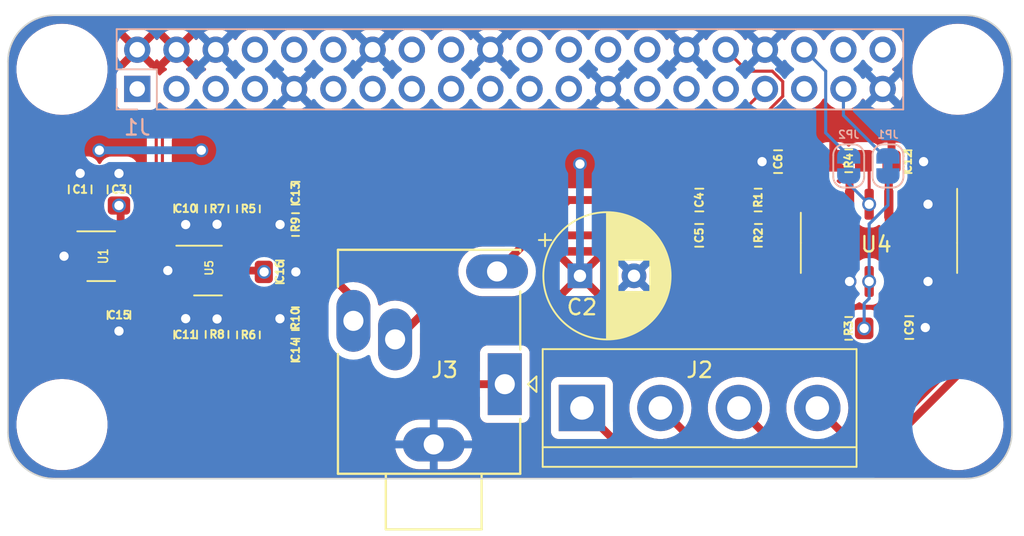
<source format=kicad_pcb>
(kicad_pcb (version 20221018) (generator pcbnew)
  (title_block (date "15 nov 2012"))
  (layers (0 "F.Cu" signal) (31 "B.Cu" signal) (34 "B.Paste" user) (35 "F.Paste" user) (36 "B.SilkS" user "B.Silkscreen") (37 "F.SilkS" user "F.Silkscreen") (38 "B.Mask" user) (39 "F.Mask" user) (44 "Edge.Cuts" user))
  (net 0 "")
  (net 1 "GND")
  (net 2 "Net-(U4-VREF)")
  (net 23 "/PWM0")
  (net 24 "/PWM1")
  (net 26 "+5V")
  (net 29 "/AUDIO_L")
  (net 30 "/AUDIO_R")
  (net 31 "/AUD_3V3")
  (net 32 "/AMP_L")
  (net 36 "Net-(JP1-B)")
  (net 37 "/AMP_R")
  (net 38 "/L+")
  (net 39 "/L-")
  (net 40 "/MUTE")
  (net 41 "/R-")
  (net 42 "/R+")
  (net 43 "/SHDN")
  (net 44 "Net-(C4-Pad1)")
  (net 45 "Net-(C10-Pad1)")
  (net 46 "Net-(C5-Pad1)")
  (net 47 "Net-(C11-Pad1)")
  (net 48 "Net-(JP2-B)")
  (net 49 "Net-(U4-INL)")
  (net 50 "Net-(U4-INR)")
  (net 51 "Net-(U1-BYP)")
  (net 52 "Net-(U5-Y1)")
  (net 53 "Net-(U5-Y2)")
  (footprint "Capacitor_SMD:C_0805_2012Metric_Pad1.18x1.45mm_HandSolder" (layer "F.Cu") (at 111.506 82.5125 -90)
    (fp_text reference "C10" (at 0 0) (layer "F.SilkS") (effects (font (size 0.5 0.5) (thickness 0.125))))
    (fp_text value "100n" hide)
    (pad "1" smd roundrect (at -1.0375 0 270) (size 1.175 1.45) (layers "F.Cu" "F.Paste" "F.Mask") (roundrect_rratio 0.2127659574) (net 45 "Net-(C10-Pad1)"))
    (pad "2" smd roundrect (at 1.0375 0 270) (size 1.175 1.45) (layers "F.Cu" "F.Paste" "F.Mask") (roundrect_rratio 0.2127659574) (net 1 "GND"))
  )
  (footprint "MountingHole:MountingHole_2.7mm_M2.5" (layer "F.Cu") (at 161.5 73.5)
    (fp_text reference "MH2" hide)
    (fp_text value "MountingHole_2.7mm_M2.5" hide)
    (pad "" np_thru_hole circle locked (at 0 0) (size 2.7 2.7) (drill 2.7) (layers "F&B.Cu" "*.Mask"))
  )
  (footprint "TerminalBlock:TerminalBlock_bornier-4_P5.08mm" (layer "F.Cu") (at 137.16 95.424396)
    (fp_text reference "J2" (at 7.62 -2.460396) (layer "F.SilkS"))
    (fp_text value "Screw_Terminal_01x04")
    (pad "1" thru_hole rect (at 0 0) (size 3 3) (drill 1.52) (layers "*.Cu" "*.Mask") (net 38 "/L+"))
    (pad "2" thru_hole circle (at 5.08 0) (size 3 3) (drill 1.52) (layers "*.Cu" "*.Mask") (net 39 "/L-"))
    (pad "3" thru_hole circle (at 10.16 0) (size 3 3) (drill 1.52) (layers "*.Cu" "*.Mask") (net 41 "/R-"))
    (pad "4" thru_hole circle (at 15.24 0) (size 3 3) (drill 1.52) (layers "*.Cu" "*.Mask") (net 42 "/R+"))
  )
  (footprint "Capacitor_SMD:C_0805_2012Metric_Pad1.18x1.45mm_HandSolder" (layer "F.Cu") (at 158.353 90.217396 180)
    (fp_text reference "C9" (at 0 0 90) (layer "F.SilkS") (effects (font (size 0.5 0.5) (thickness 0.125))))
    (fp_text value "1u" hide)
    (pad "1" smd roundrect (at -1.0375 0 180) (size 1.175 1.45) (layers "F.Cu" "F.Paste" "F.Mask") (roundrect_rratio 0.2127659574) (net 1 "GND"))
    (pad "2" smd roundrect (at 1.0375 0 180) (size 1.175 1.45) (layers "F.Cu" "F.Paste" "F.Mask") (roundrect_rratio 0.2127659574) (net 26 "+5V"))
  )
  (footprint "Resistor_SMD:R_0805_2012Metric_Pad1.20x1.40mm_HandSolder" (layer "F.Cu") (at 113.538 90.662 90)
    (fp_text reference "R8" (at 0 0) (layer "F.SilkS") (effects (font (size 0.5 0.5) (thickness 0.125))))
    (fp_text value "100R" hide)
    (pad "1" smd roundrect (at -1 0 90) (size 1.2 1.4) (layers "F.Cu" "F.Paste" "F.Mask") (roundrect_rratio 0.2083333333) (net 47 "Net-(C11-Pad1)"))
    (pad "2" smd roundrect (at 1 0 90) (size 1.2 1.4) (layers "F.Cu" "F.Paste" "F.Mask") (roundrect_rratio 0.2083333333) (net 1 "GND"))
  )
  (footprint "Capacitor_SMD:C_0805_2012Metric_Pad1.18x1.45mm_HandSolder" (layer "F.Cu") (at 118.618 81.518)
    (fp_text reference "C13" (at 0 0 90) (layer "F.SilkS") (effects (font (size 0.5 0.5) (thickness 0.125))))
    (fp_text value "47u" hide)
    (pad "1" smd roundrect (at -1.0375 0) (size 1.175 1.45) (layers "F.Cu" "F.Paste" "F.Mask") (roundrect_rratio 0.2127659574) (net 45 "Net-(C10-Pad1)"))
    (pad "2" smd roundrect (at 1.0375 0) (size 1.175 1.45) (layers "F.Cu" "F.Paste" "F.Mask") (roundrect_rratio 0.2127659574) (net 30 "/AUDIO_R"))
  )
  (footprint "Package_SO:SOP-16_3.9x9.9mm_P1.27mm" (layer "F.Cu") (at 156.391 84.734396 -90)
    (fp_text reference "U4" (at 0.101604 0.181 -180) (layer "F.SilkS"))
    (fp_text value "PAM8403D" hide)
    (pad "1" smd roundrect (at -2.5 -4.445 270) (size 2 0.6) (layers "F.Cu" "F.Paste" "F.Mask") (net 38 "/L+"))
    (pad "2" smd roundrect (at -2.5 -3.175 270) (size 2 0.6) (layers "F.Cu" "F.Paste" "F.Mask") (net 1 "GND"))
    (pad "3" smd roundrect (at -2.5 -1.905 270) (size 2 0.6) (layers "F.Cu" "F.Paste" "F.Mask") (net 39 "/L-"))
    (pad "4" smd roundrect (at -2.5 -0.635 270) (size 2 0.6) (layers "F.Cu" "F.Paste" "F.Mask") (net 26 "+5V"))
    (pad "5" smd roundrect (at -2.5 0.635 270) (size 2 0.6) (layers "F.Cu" "F.Paste" "F.Mask") (net 48 "Net-(JP2-B)"))
    (pad "6" smd roundrect (at -2.5 1.905 270) (size 2 0.6) (layers "F.Cu" "F.Paste" "F.Mask") (net 26 "+5V"))
    (pad "7" smd roundrect (at -2.5 3.175 270) (size 2 0.6) (layers "F.Cu" "F.Paste" "F.Mask") (net 49 "Net-(U4-INL)"))
    (pad "8" smd roundrect (at -2.5 4.445 270) (size 2 0.6) (layers "F.Cu" "F.Paste" "F.Mask") (net 2 "Net-(U4-VREF)"))
    (pad "9" smd roundrect (at 2.5 4.445 270) (size 2 0.6) (layers "F.Cu" "F.Paste" "F.Mask"))
    (pad "10" smd roundrect (at 2.5 3.175 270) (size 2 0.6) (layers "F.Cu" "F.Paste" "F.Mask") (net 50 "Net-(U4-INR)"))
    (pad "11" smd roundrect (at 2.5 1.905 270) (size 2 0.6) (layers "F.Cu" "F.Paste" "F.Mask") (net 1 "GND"))
    (pad "12" smd roundrect (at 2.5 0.635 270) (size 2 0.6) (layers "F.Cu" "F.Paste" "F.Mask") (net 36 "Net-(JP1-B)"))
    (pad "13" smd roundrect (at 2.5 -0.635 270) (size 2 0.6) (layers "F.Cu" "F.Paste" "F.Mask") (net 26 "+5V"))
    (pad "14" smd roundrect (at 2.5 -1.905 270) (size 2 0.6) (layers "F.Cu" "F.Paste" "F.Mask") (net 41 "/R-"))
    (pad "15" smd roundrect (at 2.5 -3.175 270) (size 2 0.6) (layers "F.Cu" "F.Paste" "F.Mask") (net 1 "GND"))
    (pad "16" smd roundrect (at 2.5 -4.445 270) (size 2 0.6) (layers "F.Cu" "F.Paste" "F.Mask") (net 42 "/R+"))
  )
  (footprint "Resistor_SMD:R_0805_2012Metric_Pad1.20x1.40mm_HandSolder" (layer "F.Cu") (at 154.432 90.271396 180)
    (fp_text reference "R3" (at 0 0 90) (layer "F.SilkS") (effects (font (size 0.5 0.5) (thickness 0.125))))
    (fp_text value "10k" hide)
    (pad "1" smd roundrect (at -1 0 180) (size 1.2 1.4) (layers "F.Cu" "F.Paste" "F.Mask") (roundrect_rratio 0.2083333333) (net 36 "Net-(JP1-B)"))
    (pad "2" smd roundrect (at 1 0 180) (size 1.2 1.4) (layers "F.Cu" "F.Paste" "F.Mask") (roundrect_rratio 0.2083333333) (net 26 "+5V"))
  )
  (footprint "Resistor_SMD:R_0805_2012Metric_Pad1.20x1.40mm_HandSolder" (layer "F.Cu") (at 113.538 82.534 -90)
    (fp_text reference "R7" (at 0 0) (layer "F.SilkS") (effects (font (size 0.5 0.5) (thickness 0.125))))
    (fp_text value "100R" hide)
    (pad "1" smd roundrect (at -1 0 270) (size 1.2 1.4) (layers "F.Cu" "F.Paste" "F.Mask") (roundrect_rratio 0.2083333333) (net 45 "Net-(C10-Pad1)"))
    (pad "2" smd roundrect (at 1 0 270) (size 1.2 1.4) (layers "F.Cu" "F.Paste" "F.Mask") (roundrect_rratio 0.2083333333) (net 1 "GND"))
  )
  (footprint "Capacitor_SMD:C_0805_2012Metric_Pad1.18x1.45mm_HandSolder" (layer "F.Cu") (at 111.506 90.678 90)
    (fp_text reference "C11" (at 0 0) (layer "F.SilkS") (effects (font (size 0.5 0.5) (thickness 0.125))))
    (fp_text value "100n" hide)
    (pad "1" smd roundrect (at -1.0375 0 90) (size 1.175 1.45) (layers "F.Cu" "F.Paste" "F.Mask") (roundrect_rratio 0.2127659574) (net 47 "Net-(C11-Pad1)"))
    (pad "2" smd roundrect (at 1.0375 0 90) (size 1.175 1.45) (layers "F.Cu" "F.Paste" "F.Mask") (roundrect_rratio 0.2127659574) (net 1 "GND"))
  )
  (footprint "library:SC-70_SC-74_combo" (layer "F.Cu") (at 112.95 86.528)
    (fp_text reference "U5" (at 0.08 -0.168 90) (layer "F.SilkS") (effects (font (size 0.5 0.5) (thickness 0.1) bold)))
    (fp_text value "NC7WZ16P6X")
    (pad "1" smd rect (at -1.35 -0.85) (size 1.56 0.8) (layers "F.Cu" "F.Paste" "F.Mask") (net 23 "/PWM0"))
    (pad "2" smd rect (at -1.35 0) (size 1.56 0.5) (layers "F.Cu" "F.Paste" "F.Mask") (net 1 "GND"))
    (pad "3" smd rect (at -1.35 0.848) (size 1.56 0.8) (layers "F.Cu" "F.Paste" "F.Mask") (net 24 "/PWM1"))
    (pad "4" smd rect (at 1.35 0.848) (size 1.56 0.8) (layers "F.Cu" "F.Paste" "F.Mask") (net 53 "Net-(U5-Y2)"))
    (pad "5" smd rect (at 1.35 0) (size 1.56 0.5) (layers "F.Cu" "F.Paste" "F.Mask") (net 31 "/AUD_3V3"))
    (pad "6" smd rect (at 1.35 -0.85) (size 1.56 0.8) (layers "F.Cu" "F.Paste" "F.Mask") (net 52 "Net-(U5-Y1)"))
  )
  (footprint "Capacitor_SMD:C_0805_2012Metric_Pad1.18x1.45mm_HandSolder" (layer "F.Cu") (at 104.676 81.273 90)
    (fp_text reference "C1" (at 0 0) (layer "F.SilkS") (effects (font (size 0.5 0.5) (thickness 0.125))))
    (fp_text value "1u" hide)
    (pad "1" smd roundrect (at -1.0375 0 90) (size 1.175 1.45) (layers "F.Cu" "F.Paste" "F.Mask") (roundrect_rratio 0.2127659574) (net 26 "+5V"))
    (pad "2" smd roundrect (at 1.0375 0 90) (size 1.175 1.45) (layers "F.Cu" "F.Paste" "F.Mask") (roundrect_rratio 0.2127659574) (net 1 "GND"))
  )
  (footprint "Capacitor_SMD:C_0805_2012Metric_Pad1.18x1.45mm_HandSolder" (layer "F.Cu") (at 144.753 84.248396 180)
    (fp_text reference "C5" (at 0 0 90) (layer "F.SilkS") (effects (font (size 0.5 0.5) (thickness 0.125))))
    (fp_text value "470n" hide)
    (pad "1" smd roundrect (at -1.0375 0 180) (size 1.175 1.45) (layers "F.Cu" "F.Paste" "F.Mask") (roundrect_rratio 0.2127659574) (net 46 "Net-(C5-Pad1)"))
    (pad "2" smd roundrect (at 1.0375 0 180) (size 1.175 1.45) (layers "F.Cu" "F.Paste" "F.Mask") (roundrect_rratio 0.2127659574) (net 37 "/AMP_R"))
  )
  (footprint "Resistor_SMD:R_0805_2012Metric_Pad1.20x1.40mm_HandSolder" (layer "F.Cu") (at 118.618 83.55 180)
    (fp_text reference "R9" (at 0 0 90) (layer "F.SilkS") (effects (font (size 0.5 0.5) (thickness 0.125))))
    (fp_text value "1.8k" hide)
    (pad "1" smd roundrect (at -1 0 180) (size 1.2 1.4) (layers "F.Cu" "F.Paste" "F.Mask") (roundrect_rratio 0.2083333333) (net 30 "/AUDIO_R"))
    (pad "2" smd roundrect (at 1 0 180) (size 1.2 1.4) (layers "F.Cu" "F.Paste" "F.Mask") (roundrect_rratio 0.2083333333) (net 1 "GND"))
  )
  (footprint "MountingHole:MountingHole_2.7mm_M2.5" (layer "F.Cu") (at 103.5 96.5)
    (fp_text reference "MH3" hide)
    (fp_text value "MountingHole_2.7mm_M2.5" hide)
    (pad "" np_thru_hole circle locked (at 0 0) (size 2.7 2.7) (drill 2.7) (layers "F&B.Cu" "*.Mask") (clearance 1.6))
  )
  (footprint "Capacitor_SMD:C_0805_2012Metric_Pad1.18x1.45mm_HandSolder" (layer "F.Cu") (at 117.602 86.614)
    (fp_text reference "C16" (at 0 0 90) (layer "F.SilkS") (effects (font (size 0.5 0.5) (thickness 0.125))))
    (fp_text value "100n")
    (pad "1" smd roundrect (at -1.0375 0) (size 1.175 1.45) (layers "F.Cu" "F.Paste" "F.Mask") (roundrect_rratio 0.2127659574) (net 31 "/AUD_3V3"))
    (pad "2" smd roundrect (at 1.0375 0) (size 1.175 1.45) (layers "F.Cu" "F.Paste" "F.Mask") (roundrect_rratio 0.2127659574) (net 1 "GND"))
  )
  (footprint "MountingHole:MountingHole_2.7mm_M2.5" (layer "F.Cu") (at 103.5 73.5)
    (fp_text reference "MH1" hide)
    (fp_text value "MountingHole_2.7mm_M2.5" hide)
    (pad "" np_thru_hole circle locked (at 0 0) (size 2.7 2.7) (drill 2.7) (layers "F&B.Cu" "*.Mask") (clearance 1.6))
  )
  (footprint "Package_TO_SOT_SMD:SOT-23-5_HandSoldering" (layer "F.Cu") (at 106.0395 85.598)
    (fp_text reference "U1" (at 0.1325 0 90) (layer "F.SilkS") (effects (font (size 0.6 0.5) (thickness 0.1) bold)))
    (fp_text value "MIC5365-3.3YD5")
    (pad "1" smd rect (at -1.35 -0.95) (size 1.56 0.65) (layers "F.Cu" "F.Paste" "F.Mask") (net 26 "+5V"))
    (pad "2" smd rect (at -1.35 0) (size 1.56 0.65) (layers "F.Cu" "F.Paste" "F.Mask") (net 1 "GND"))
    (pad "3" smd rect (at -1.35 0.95) (size 1.56 0.65) (layers "F.Cu" "F.Paste" "F.Mask") (net 26 "+5V"))
    (pad "4" smd rect (at 1.35 0.95) (size 1.56 0.65) (layers "F.Cu" "F.Paste" "F.Mask") (net 51 "Net-(U1-BYP)"))
    (pad "5" smd rect (at 1.35 -0.95) (size 1.56 0.65) (layers "F.Cu" "F.Paste" "F.Mask") (net 31 "/AUD_3V3"))
  )
  (footprint "Resistor_SMD:R_0805_2012Metric_Pad1.20x1.40mm_HandSolder" (layer "F.Cu") (at 115.57 82.534 -90)
    (fp_text reference "R5" (at 0 0) (layer "F.SilkS") (effects (font (size 0.5 0.5) (thickness 0.125))))
    (fp_text value "220R" hide)
    (pad "1" smd roundrect (at -1 0 270) (size 1.2 1.4) (layers "F.Cu" "F.Paste" "F.Mask") (roundrect_rratio 0.2083333333) (net 45 "Net-(C10-Pad1)"))
    (pad "2" smd roundrect (at 1 0 270) (size 1.2 1.4) (layers "F.Cu" "F.Paste" "F.Mask") (roundrect_rratio 0.2083333333) (net 52 "Net-(U5-Y1)"))
  )
  (footprint "Resistor_SMD:R_0805_2012Metric_Pad1.20x1.40mm_HandSolder" (layer "F.Cu") (at 148.5845 84.248396 180)
    (fp_text reference "R2" (at 0 0 90) (layer "F.SilkS") (effects (font (size 0.5 0.5) (thickness 0.125))))
    (fp_text value "140k" hide)
    (pad "1" smd roundrect (at -1 0 180) (size 1.2 1.4) (layers "F.Cu" "F.Paste" "F.Mask") (roundrect_rratio 0.2083333333) (net 50 "Net-(U4-INR)"))
    (pad "2" smd roundrect (at 1 0 180) (size 1.2 1.4) (layers "F.Cu" "F.Paste" "F.Mask") (roundrect_rratio 0.2083333333) (net 46 "Net-(C5-Pad1)"))
  )
  (footprint "Resistor_SMD:R_0805_2012Metric_Pad1.20x1.40mm_HandSolder" (layer "F.Cu") (at 154.432 79.422396 180)
    (fp_text reference "R4" (at 0 0 90) (layer "F.SilkS") (effects (font (size 0.5 0.5) (thickness 0.125))))
    (fp_text value "10K" hide)
    (pad "1" smd roundrect (at -1 0 180) (size 1.2 1.4) (layers "F.Cu" "F.Paste" "F.Mask") (roundrect_rratio 0.2083333333) (net 48 "Net-(JP2-B)"))
    (pad "2" smd roundrect (at 1 0 180) (size 1.2 1.4) (layers "F.Cu" "F.Paste" "F.Mask") (roundrect_rratio 0.2083333333) (net 26 "+5V"))
  )
  (footprint "Capacitor_SMD:C_0805_2012Metric_Pad1.18x1.45mm_HandSolder" (layer "F.Cu") (at 107.188 81.28 90)
    (fp_text reference "C3" (at 0 0) (layer "F.SilkS") (effects (font (size 0.5 0.5) (thickness 0.125))))
    (fp_text value "4.7u" hide)
    (pad "1" smd roundrect (at -1.0375 0 90) (size 1.175 1.45) (layers "F.Cu" "F.Paste" "F.Mask") (roundrect_rratio 0.2127659574) (net 31 "/AUD_3V3"))
    (pad "2" smd roundrect (at 1.0375 0 90) (size 1.175 1.45) (layers "F.Cu" "F.Paste" "F.Mask") (roundrect_rratio 0.2127659574) (net 1 "GND"))
  )
  (footprint "Capacitor_SMD:C_0805_2012Metric_Pad1.18x1.45mm_HandSolder" (layer "F.Cu") (at 149.86 79.476396 180)
    (fp_text reference "C6" (at 0 0 90) (layer "F.SilkS") (effects (font (size 0.5 0.5) (thickness 0.125))))
    (fp_text value "100n" hide)
    (pad "1" smd roundrect (at -1.0375 0 180) (size 1.175 1.45) (layers "F.Cu" "F.Paste" "F.Mask") (roundrect_rratio 0.2127659574) (net 2 "Net-(U4-VREF)"))
    (pad "2" smd roundrect (at 1.0375 0 180) (size 1.175 1.45) (layers "F.Cu" "F.Paste" "F.Mask") (roundrect_rratio 0.2127659574) (net 1 "GND"))
  )
  (footprint "Resistor_SMD:R_0805_2012Metric_Pad1.20x1.40mm_HandSolder" (layer "F.Cu") (at 118.6105 89.646 180)
    (fp_text reference "R10" (at 0 0 90) (layer "F.SilkS") (effects (font (size 0.5 0.5) (thickness 0.125))))
    (fp_text value "1.8k" hide)
    (pad "1" smd roundrect (at -1 0 180) (size 1.2 1.4) (layers "F.Cu" "F.Paste" "F.Mask") (roundrect_rratio 0.2083333333) (net 29 "/AUDIO_L"))
    (pad "2" smd roundrect (at 1 0 180) (size 1.2 1.4) (layers "F.Cu" "F.Paste" "F.Mask") (roundrect_rratio 0.2083333333) (net 1 "GND"))
  )
  (footprint "MountingHole:MountingHole_2.7mm_M2.5" (layer "F.Cu") (at 161.5 96.5)
    (fp_text reference "MH4" hide)
    (fp_text value "MountingHole_2.7mm_M2.5" hide)
    (pad "" np_thru_hole circle locked (at 0 0) (size 2.7 2.7) (drill 2.7) (layers "F&B.Cu" "*.Mask") (clearance 1.6))
  )
  (footprint "Capacitor_SMD:C_0805_2012Metric_Pad1.18x1.45mm_HandSolder" (layer "F.Cu") (at 158.242 79.476396 180)
    (fp_text reference "C12" (at 0 0 90) (layer "F.SilkS") (effects (font (size 0.5 0.5) (thickness 0.125))))
    (fp_text value "1u" hide)
    (pad "1" smd roundrect (at -1.0375 0 180) (size 1.175 1.45) (layers "F.Cu" "F.Paste" "F.Mask") (roundrect_rratio 0.2127659574) (net 1 "GND"))
    (pad "2" smd roundrect (at 1.0375 0 180) (size 1.175 1.45) (layers "F.Cu" "F.Paste" "F.Mask") (roundrect_rratio 0.2127659574) (net 26 "+5V"))
  )
  (footprint "Capacitor_SMD:C_0805_2012Metric_Pad1.18x1.45mm_HandSolder" (layer "F.Cu") (at 118.6105 91.678)
    (fp_text reference "C14" (at 0.0075 0.016 90) (layer "F.SilkS") (effects (font (size 0.5 0.5) (thickness 0.125))))
    (fp_text value "47u" hide)
    (pad "1" smd roundrect (at -1.0375 0) (size 1.175 1.45) (layers "F.Cu" "F.Paste" "F.Mask") (roundrect_rratio 0.2127659574) (net 47 "Net-(C11-Pad1)"))
    (pad "2" smd roundrect (at 1.0375 0) (size 1.175 1.45) (layers "F.Cu" "F.Paste" "F.Mask") (roundrect_rratio 0.2127659574) (net 29 "/AUDIO_L"))
  )
  (footprint "Capacitor_SMD:C_0805_2012Metric_Pad1.18x1.45mm_HandSolder" (layer "F.Cu") (at 144.7585 81.962396 180)
    (fp_text reference "C4" (at 0 0 90) (layer "F.SilkS") (effects (font (size 0.5 0.5) (thickness 0.125))))
    (fp_text value "470n" hide)
    (pad "1" smd roundrect (at -1.0375 0 180) (size 1.175 1.45) (layers "F.Cu" "F.Paste" "F.Mask") (roundrect_rratio 0.2127659574) (net 44 "Net-(C4-Pad1)"))
    (pad "2" smd roundrect (at 1.0375 0 180) (size 1.175 1.45) (layers "F.Cu" "F.Paste" "F.Mask") (roundrect_rratio 0.2127659574) (net 32 "/AMP_L"))
  )
  (footprint "Resistor_SMD:R_0805_2012Metric_Pad1.20x1.40mm_HandSolder" (layer "F.Cu") (at 148.5685 81.962396 180)
    (fp_text reference "R1" (at 0 0 90) (layer "F.SilkS") (effects (font (size 0.5 0.5) (thickness 0.125))))
    (fp_text value "140k" hide)
    (pad "1" smd roundrect (at -1 0 180) (size 1.2 1.4) (layers "F.Cu" "F.Paste" "F.Mask") (roundrect_rratio 0.2083333333) (net 49 "Net-(U4-INL)"))
    (pad "2" smd roundrect (at 1 0 180) (size 1.2 1.4) (layers "F.Cu" "F.Paste" "F.Mask") (roundrect_rratio 0.2083333333) (net 44 "Net-(C4-Pad1)"))
  )
  (footprint "Resistor_SMD:R_0805_2012Metric_Pad1.20x1.40mm_HandSolder" (layer "F.Cu") (at 115.57 90.694 90)
    (fp_text reference "R6" (at 0 0) (layer "F.SilkS") (effects (font (size 0.5 0.5) (thickness 0.125))))
    (fp_text value "220R" hide)
    (pad "1" smd roundrect (at -1 0 90) (size 1.2 1.4) (layers "F.Cu" "F.Paste" "F.Mask") (roundrect_rratio 0.2083333333) (net 47 "Net-(C11-Pad1)"))
    (pad "2" smd roundrect (at 1 0 90) (size 1.2 1.4) (layers "F.Cu" "F.Paste" "F.Mask") (roundrect_rratio 0.2083333333) (net 53 "Net-(U5-Y2)"))
  )
  (footprint "Capacitor_THT:CP_Radial_D8.0mm_P3.50mm" (layer "F.Cu") (at 137.031349 86.868)
    (fp_text reference "C2" (at 0.128651 2.032) (layer "F.SilkS"))
    (fp_text value "470u")
    (pad "1" thru_hole rect (at 0 0) (size 1.6 1.6) (drill 0.8) (layers "*.Cu" "*.Mask") (net 26 "+5V"))
    (pad "2" thru_hole circle (at 3.5 0) (size 1.6 1.6) (drill 0.8) (layers "*.Cu" "*.Mask") (net 1 "GND"))
  )
  (footprint "Connector_Audio:Jack_3.5mm_Ledino_KB3SPRS_Horizontal" (layer "F.Cu") (at 132.1655 93.884 90)
    (fp_text reference "J3" (at 0.92 -3.8955) (layer "F.SilkS"))
    (fp_text value "Audio Jack")
    (pad "R" thru_hole oval (at 4.1 -9.8 90) (size 4 2.2) (drill 1.3) (layers "*.Cu" "*.Mask") (net 30 "/AUDIO_R"))
    (pad "RN" thru_hole oval (at 2.9 -7.1 90) (size 4 2.2) (drill 1.3) (layers "*.Cu" "*.Mask") (net 37 "/AMP_R"))
    (pad "S" thru_hole oval (at -3.9 -4.6 90) (size 2.2 4) (drill 1.3) (layers "*.Cu" "*.Mask") (net 1 "GND"))
    (pad "T" thru_hole rect (at 0 0 90) (size 4 2.2) (drill 1.3) (layers "*.Cu" "*.Mask") (net 29 "/AUDIO_L"))
    (pad "TN" thru_hole oval (at 7.3 -0.5 180) (size 4 2.2) (drill 1.3) (layers "*.Cu" "*.Mask") (net 32 "/AMP_L"))
  )
  (footprint "Capacitor_SMD:C_0805_2012Metric_Pad1.18x1.45mm_HandSolder" (layer "F.Cu") (at 107.188 89.408 -90)
    (fp_text reference "C15" (at 0 0 180) (layer "F.SilkS") (effects (font (size 0.5 0.5) (thickness 0.125))))
    (fp_text value "100n")
    (pad "1" smd roundrect (at -1.0375 0 270) (size 1.175 1.45) (layers "F.Cu" "F.Paste" "F.Mask") (roundrect_rratio 0.2127659574) (net 51 "Net-(U1-BYP)"))
    (pad "2" smd roundrect (at 1.0375 0 270) (size 1.175 1.45) (layers "F.Cu" "F.Paste" "F.Mask") (roundrect_rratio 0.2127659574) (net 1 "GND"))
  )
  (footprint "Connector_PinSocket_2.54mm:PinSocket_2x20_P2.54mm_Vertical" (layer "B.Cu") (at 108.37 74.77 -90)
    (fp_text reference "J1" (at 2.5 0) (layer "B.SilkS") (effects (justify mirror)))
    (fp_text value "GPIO" hide)
    (pad "1" thru_hole rect (at 0 0 270) (size 1.7 1.7) (drill 1) (layers "*.Cu" "*.Mask"))
    (pad "2" thru_hole oval (at -2.54 0 270) (size 1.7 1.7) (drill 1) (layers "*.Cu" "*.Mask") (net 26 "+5V"))
    (pad "3" thru_hole oval (at 0 -2.54 270) (size 1.7 1.7) (drill 1) (layers "*.Cu" "*.Mask"))
    (pad "4" thru_hole oval (at -2.54 -2.54 270) (size 1.7 1.7) (drill 1) (layers "*.Cu" "*.Mask") (net 26 "+5V"))
    (pad "5" thru_hole oval (at 0 -5.08 270) (size 1.7 1.7) (drill 1) (layers "*.Cu" "*.Mask"))
    (pad "6" thru_hole oval (at -2.54 -5.08 270) (size 1.7 1.7) (drill 1) (layers "*.Cu" "*.Mask") (net 1 "GND"))
    (pad "7" thru_hole oval (at 0 -7.62 270) (size 1.7 1.7) (drill 1) (layers "*.Cu" "*.Mask"))
    (pad "8" thru_hole oval (at -2.54 -7.62 270) (size 1.7 1.7) (drill 1) (layers "*.Cu" "*.Mask"))
    (pad "9" thru_hole oval (at 0 -10.16 270) (size 1.7 1.7) (drill 1) (layers "*.Cu" "*.Mask") (net 1 "GND"))
    (pad "10" thru_hole oval (at -2.54 -10.16 270) (size 1.7 1.7) (drill 1) (layers "*.Cu" "*.Mask"))
    (pad "11" thru_hole oval (at 0 -12.7 270) (size 1.7 1.7) (drill 1) (layers "*.Cu" "*.Mask"))
    (pad "12" thru_hole oval (at -2.54 -12.7 270) (size 1.7 1.7) (drill 1) (layers "*.Cu" "*.Mask"))
    (pad "13" thru_hole oval (at 0 -15.24 270) (size 1.7 1.7) (drill 1) (layers "*.Cu" "*.Mask"))
    (pad "14" thru_hole oval (at -2.54 -15.24 270) (size 1.7 1.7) (drill 1) (layers "*.Cu" "*.Mask") (net 1 "GND"))
    (pad "15" thru_hole oval (at 0 -17.78 270) (size 1.7 1.7) (drill 1) (layers "*.Cu" "*.Mask"))
    (pad "16" thru_hole oval (at -2.54 -17.78 270) (size 1.7 1.7) (drill 1) (layers "*.Cu" "*.Mask"))
    (pad "17" thru_hole oval (at 0 -20.32 270) (size 1.7 1.7) (drill 1) (layers "*.Cu" "*.Mask"))
    (pad "18" thru_hole oval (at -2.54 -20.32 270) (size 1.7 1.7) (drill 1) (layers "*.Cu" "*.Mask"))
    (pad "19" thru_hole oval (at 0 -22.86 270) (size 1.7 1.7) (drill 1) (layers "*.Cu" "*.Mask"))
    (pad "20" thru_hole oval (at -2.54 -22.86 270) (size 1.7 1.7) (drill 1) (layers "*.Cu" "*.Mask") (net 1 "GND"))
    (pad "21" thru_hole oval (at 0 -25.4 270) (size 1.7 1.7) (drill 1) (layers "*.Cu" "*.Mask"))
    (pad "22" thru_hole oval (at -2.54 -25.4 270) (size 1.7 1.7) (drill 1) (layers "*.Cu" "*.Mask"))
    (pad "23" thru_hole oval (at 0 -27.94 270) (size 1.7 1.7) (drill 1) (layers "*.Cu" "*.Mask"))
    (pad "24" thru_hole oval (at -2.54 -27.94 270) (size 1.7 1.7) (drill 1) (layers "*.Cu" "*.Mask"))
    (pad "25" thru_hole oval (at 0 -30.48 270) (size 1.7 1.7) (drill 1) (layers "*.Cu" "*.Mask") (net 1 "GND"))
    (pad "26" thru_hole oval (at -2.54 -30.48 270) (size 1.7 1.7) (drill 1) (layers "*.Cu" "*.Mask"))
    (pad "27" thru_hole oval (at 0 -33.02 270) (size 1.7 1.7) (drill 1) (layers "*.Cu" "*.Mask"))
    (pad "28" thru_hole oval (at -2.54 -33.02 270) (size 1.7 1.7) (drill 1) (layers "*.Cu" "*.Mask"))
    (pad "29" thru_hole oval (at 0 -35.56 270) (size 1.7 1.7) (drill 1) (layers "*.Cu" "*.Mask"))
    (pad "30" thru_hole oval (at -2.54 -35.56 270) (size 1.7 1.7) (drill 1) (layers "*.Cu" "*.Mask") (net 1 "GND"))
    (pad "31" thru_hole oval (at 0 -38.1 270) (size 1.7 1.7) (drill 1) (layers "*.Cu" "*.Mask"))
    (pad "32" thru_hole oval (at -2.54 -38.1 270) (size 1.7 1.7) (drill 1) (layers "*.Cu" "*.Mask") (net 23 "/PWM0"))
    (pad "33" thru_hole oval (at 0 -40.64 270) (size 1.7 1.7) (drill 1) (layers "*.Cu" "*.Mask") (net 24 "/PWM1"))
    (pad "34" thru_hole oval (at -2.54 -40.64 270) (size 1.7 1.7) (drill 1) (layers "*.Cu" "*.Mask") (net 1 "GND"))
    (pad "35" thru_hole oval (at 0 -43.18 270) (size 1.7 1.7) (drill 1) (layers "*.Cu" "*.Mask"))
    (pad "36" thru_hole oval (at -2.54 -43.18 270) (size 1.7 1.7) (drill 1) (layers "*.Cu" "*.Mask") (net 40 "/MUTE"))
    (pad "37" thru_hole oval (at 0 -45.72 270) (size 1.7 1.7) (drill 1) (layers "*.Cu" "*.Mask") (net 43 "/SHDN"))
    (pad "38" thru_hole oval (at -2.54 -45.72 270) (size 1.7 1.7) (drill 1) (layers "*.Cu" "*.Mask"))
    (pad "39" thru_hole oval (at 0 -48.26 270) (size 1.7 1.7) (drill 1) (layers "*.Cu" "*.Mask") (net 1 "GND"))
    (pad "40" thru_hole oval (at -2.54 -48.26 270) (size 1.7 1.7) (drill 1) (layers "*.Cu" "*.Mask"))
  )
  (footprint "Jumper:SolderJumper-2_P1.3mm_Bridged_RoundedPad1.0x1.5mm" (layer "B.Cu") (at 154.432 79.756 -90)
    (fp_text reference "JP2" (at -2.032 0 -180) (layer "B.SilkS") (effects (font (size 0.5 0.5) (thickness 0.1) bold) (justify mirror)))
    (fp_text value "SolderJumper_2_Bridged")
    (fp_poly (pts (xy 0.25 0.3) (xy -0.25 0.3) (xy -0.25 -0.3) (xy 0.25 -0.3)) (fill solid) (layer "B.Cu"))
    (pad "1" smd custom (at -0.65 0 270) (size 1 0.5) (layers "B.Cu" "B.Mask") (net 40 "/MUTE") (options (clearance outline) (anchor rect)) (primitives (gr_circle (center 0 -0.25) (end 0.5 -0.25) (width 0) (fill yes)) (gr_circle (center 0 0.25) (end 0.5 0.25) (width 0) (fill yes)) (gr_poly (pts (xy 0.5 -0.75) (xy 0 -0.75) (xy 0 0.75) (xy 0.5 0.75)) (width 0) (fill yes))))
    (pad "2" smd custom (at 0.65 0 270) (size 1 0.5) (layers "B.Cu" "B.Mask") (net 48 "Net-(JP2-B)") (options (clearance outline) (anchor rect)) (primitives (gr_circle (center 0 -0.25) (end 0.5 -0.25) (width 0) (fill yes)) (gr_circle (center 0 0.25) (end 0.5 0.25) (width 0) (fill yes)) (gr_poly (pts (xy 0 -0.75) (xy -0.5 -0.75) (xy -0.5 0.75) (xy 0 0.75)) (width 0) (fill yes))))
  )
  (footprint "Jumper:SolderJumper-2_P1.3mm_Bridged_RoundedPad1.0x1.5mm" (layer "B.Cu") (at 156.972 79.756 -90)
    (fp_text reference "JP1" (at -2.032 0 -180) (layer "B.SilkS") (effects (font (size 0.5 0.5) (thickness 0.1) bold) (justify mirror)))
    (fp_text value "SolderJumper_2_Bridged")
    (fp_poly (pts (xy 0.25 0.3) (xy -0.25 0.3) (xy -0.25 -0.3) (xy 0.25 -0.3)) (fill solid) (layer "B.Cu"))
    (pad "1" smd custom (at -0.65 0 270) (size 1 0.5) (layers "B.Cu" "B.Mask") (net 43 "/SHDN") (options (clearance outline) (anchor rect)) (primitives (gr_circle (center 0 -0.25) (end 0.5 -0.25) (width 0) (fill yes)) (gr_circle (center 0 0.25) (end 0.5 0.25) (width 0) (fill yes)) (gr_poly (pts (xy 0.5 -0.75) (xy 0 -0.75) (xy 0 0.75) (xy 0.5 0.75)) (width 0) (fill yes))))
    (pad "2" smd custom (at 0.65 0 270) (size 1 0.5) (layers "B.Cu" "B.Mask") (net 36 "Net-(JP1-B)") (options (clearance outline) (anchor rect)) (primitives (gr_circle (center 0 -0.25) (end 0.5 -0.25) (width 0) (fill yes)) (gr_circle (center 0 0.25) (end 0.5 0.25) (width 0) (fill yes)) (gr_poly (pts (xy 0 -0.75) (xy -0.5 -0.75) (xy -0.5 0.75) (xy 0 0.75)) (width 0) (fill yes))))
  )
  (gr_arc (start 162 70) (mid 164.12132 70.87868) (end 165 73) (stroke (width 0.1)) (layer "Edge.Cuts"))
  (gr_line (start 165 97) (end 165 73) (stroke (width 0.1)) (layer "Edge.Cuts"))
  (gr_line (start 100 73) (end 100 97) (stroke (width 0.1)) (layer "Edge.Cuts"))
  (gr_arc (start 103 100) (mid 100.87868 99.12132) (end 100 97) (stroke (width 0.1)) (layer "Edge.Cuts"))
  (gr_line (start 103 100) (end 162 100) (stroke (width 0.1)) (layer "Edge.Cuts"))
  (gr_arc (start 165 97) (mid 164.12132 99.12132) (end 162 100) (stroke (width 0.1)) (layer "Edge.Cuts"))
  (gr_arc (start 100 73) (mid 100.87868 70.87868) (end 103 70) (stroke (width 0.1)) (layer "Edge.Cuts"))
  (gr_line (start 162 70) (end 103 70) (stroke (width 0.1)) (layer "Edge.Cuts"))
  (segment (start 110.351706 86.528) (end 110.350359 86.526653) (width 0.2) (layer "F.Cu") (net 1))
  (segment (start 111.6 86.528) (end 110.351706 86.528) (width 0.5) (layer "F.Cu") (net 1))
  (via (at 117.6105 89.646) (size 0.9) (drill 0.6) (layers "F.Cu" "B.Cu") (net 1))
  (via (at 111.506 83.55) (size 0.9) (drill 0.6) (layers "F.Cu" "B.Cu") (net 1))
  (via (at 148.8225 79.476396) (size 0.9) (drill 0.6) (layers "F.Cu" "B.Cu") (net 1))
  (via (at 104.676 80.2355) (size 0.9) (drill 0.6) (layers "F.Cu" "B.Cu") (net 1))
  (via (at 117.618 83.55) (size 0.9) (drill 0.6) (layers "F.Cu" "B.Cu") (net 1))
  (via (at 107.188 90.4455) (size 0.9) (drill 0.6) (layers "F.Cu" "B.Cu") (net 1))
  (via (at 107.188 80.2425) (size 0.9) (drill 0.6) (layers "F.Cu" "B.Cu") (net 1))
  (via (at 113.538 83.534) (size 0.9) (drill 0.6) (layers "F.Cu" "B.Cu") (net 1))
  (via (at 118.6395 86.614) (size 0.9) (drill 0.6) (layers "F.Cu" "B.Cu") (net 1))
  (via (at 113.538 89.662) (size 0.9) (drill 0.6) (layers "F.Cu" "B.Cu") (net 1))
  (via (at 159.566 82.234396) (size 0.9) (drill 0.6) (layers "F.Cu" "B.Cu") (net 1))
  (via (at 103.632 85.598) (size 0.9) (drill 0.6) (layers "F.Cu" "B.Cu") (net 1))
  (via (at 110.350359 86.526653) (size 0.9) (drill 0.6) (layers "F.Cu" "B.Cu") (net 1))
  (via (at 159.3905 90.217396) (size 0.9) (drill 0.6) (layers "F.Cu" "B.Cu") (net 1))
  (via (at 111.506 89.6405) (size 0.9) (drill 0.6) (layers "F.Cu" "B.Cu") (net 1))
  (via (at 154.486 87.234396) (size 0.9) (drill 0.6) (layers "F.Cu" "B.Cu") (net 1))
  (via (at 159.2795 79.476396) (size 0.9) (drill 0.6) (layers "F.Cu" "B.Cu") (net 1))
  (via (at 159.566 87.234396) (size 0.9) (drill 0.6) (layers "F.Cu" "B.Cu") (net 1))
  (segment (start 151.946 80.524896) (end 151.946 82.234396) (width 0.2) (layer "F.Cu") (net 2))
  (segment (start 150.8975 79.476396) (end 151.946 80.524896) (width 0.2) (layer "F.Cu") (net 2))
  (segment (start 147.86 73.62) (end 149.486346 73.62) (width 0.2) (layer "F.Cu") (net 23))
  (segment (start 110.57 85.678) (end 111.6 85.678) (width 0.2) (layer "F.Cu") (net 23))
  (segment (start 150.16 74.293654) (end 150.16 75.246346) (width 0.2) (layer "F.Cu") (net 23))
  (segment (start 110.000359 85.108359) (end 110.57 85.678) (width 0.2) (layer "F.Cu") (net 23))
  (segment (start 146.47 72.23) (end 147.86 73.62) (width 0.2) (layer "F.Cu") (net 23))
  (segment (start 148.298346 77.108) (end 110.655686 77.108) (width 0.2) (layer "F.Cu") (net 23))
  (segment (start 150.16 75.246346) (end 148.298346 77.108) (width 0.2) (layer "F.Cu") (net 23))
  (segment (start 110.000359 77.763327) (end 110.000359 85.108359) (width 0.2) (layer "F.Cu") (net 23))
  (segment (start 110.655686 77.108) (end 110.000359 77.763327) (width 0.2) (layer "F.Cu") (net 23))
  (segment (start 149.486346 73.62) (end 150.16 74.293654) (width 0.2) (layer "F.Cu") (net 23))
  (segment (start 149.01 74.77) (end 147.072 76.708) (width 0.2) (layer "F.Cu") (net 24))
  (segment (start 109.982 87.376) (end 111.6 87.376) (width 0.2) (layer "F.Cu") (net 24))
  (segment (start 109.600359 77.597641) (end 109.600359 86.994359) (width 0.2) (layer "F.Cu") (net 24))
  (segment (start 110.49 76.708) (end 109.600359 77.597641) (width 0.2) (layer "F.Cu") (net 24))
  (segment (start 109.600359 86.994359) (end 109.982 87.376) (width 0.2) (layer "F.Cu") (net 24))
  (segment (start 147.072 76.708) (end 110.49 76.708) (width 0.2) (layer "F.Cu") (net 24))
  (segment (start 154.486 82.234396) (end 154.486 83.874) (width 0.508) (layer "F.Cu") (net 26))
  (segment (start 157.026 87.234396) (end 157.026 88.446) (width 0.508) (layer "F.Cu") (net 26))
  (segment (start 157.026 84.636) (end 157.026 87.234396) (width 0.508) (layer "F.Cu") (net 26))
  (segment (start 106.127 85.01) (end 106.127 86.28) (width 0.508) (layer "F.Cu") (net 26))
  (segment (start 105.859 86.548) (end 104.6895 86.548) (width 0.508) (layer "F.Cu") (net 26))
  (segment (start 104.6895 84.648) (end 104.6895 82.833) (width 0.508) (layer "F.Cu") (net 26))
  (segment (start 105.765 84.648) (end 106.127 85.01) (width 0.508) (layer "F.Cu") (net 26))
  (segment (start 157.226 88.646) (end 157.226 90.127896) (width 0.508) (layer "F.Cu") (net 26))
  (segment (start 154.486 83.874) (end 155.448 84.836) (width 0.508) (layer "F.Cu") (net 26))
  (segment (start 154.486 80.476396) (end 154.486 82.234396) (width 0.508) (layer "F.Cu") (net 26))
  (segment (start 157.026 82.234396) (end 157.026 84.636) (width 0.508) (layer "F.Cu") (net 26))
  (segment (start 105.765 84.648) (end 104.6895 84.648) (width 0.508) (layer "F.Cu") (net 26))
  (segment (start 153.432 79.422396) (end 154.486 80.476396) (width 0.508) (layer "F.Cu") (net 26))
  (segment (start 157.026 88.446) (end 157.226 88.646) (width 0.508) (layer "F.Cu") (net 26))
  (segment (start 157.026 82.234396) (end 157.026 79.654896) (width 0.508) (layer "F.Cu") (net 26))
  (segment (start 156.826 84.836) (end 157.026 84.636) (width 0.508) (layer "F.Cu") (net 26))
  (segment (start 106.127 86.28) (end 105.859 86.548) (width 0.508) (layer "F.Cu") (net 26))
  (segment (start 155.448 84.836) (end 156.826 84.836) (width 0.508) (layer "F.Cu") (net 26))
  (via (at 112.522 78.74) (size 0.9) (drill 0.6) (layers "F.Cu" "B.Cu") (net 26))
  (via (at 105.918 78.74) (size 0.9) (drill 0.6) (layers "F.Cu" "B.Cu") (net 26))
  (via (at 137.031349 79.630651) (size 0.9) (drill 0.6) (layers "F.Cu" "B.Cu") (net 26))
  (segment (start 137.031349 79.630651) (end 137.031349 86.868) (width 0.508) (layer "B.Cu") (net 26))
  (segment (start 105.918 78.74) (end 112.522 78.74) (width 0.508) (layer "B.Cu") (net 26))
  (segment (start 120.126 91.678) (end 122.332 93.884) (width 0.508) (layer "F.Cu") (net 29))
  (segment (start 119.648 91.678) (end 120.126 91.678) (width 0.508) (layer "F.Cu") (net 29))
  (segment (start 119.648 91.678) (end 119.648 89.6835) (width 0.508) (layer "F.Cu") (net 29))
  (segment (start 122.332 93.884) (end 132.1655 93.884) (width 0.508) (layer "F.Cu") (net 29))
  (segment (start 119.6555 83.5125) (end 119.6555 85.6195) (width 0.508) (layer "F.Cu") (net 30))
  (segment (start 119.6555 81.518) (end 119.6555 83.5125) (width 0.508) (layer "F.Cu") (net 30))
  (segment (start 119.6555 85.6195) (end 122.3655 88.3295) (width 0.508) (layer "F.Cu") (net 30))
  (segment (start 112.672 88.392) (end 109.728 88.392) (width 0.508) (layer "F.Cu") (net 31))
  (segment (start 109.728 88.392) (end 109.046359 87.710359) (width 0.508) (layer "F.Cu") (net 31))
  (segment (start 113.03 86.614) (end 113.03 88.034) (width 0.508) (layer "F.Cu") (net 31))
  (segment (start 109.046359 87.710359) (end 109.046359 85.170359) (width 0.508) (layer "F.Cu") (net 31))
  (segment (start 114.3 86.528) (end 116.2245 86.528) (width 0.5) (layer "F.Cu") (net 31))
  (segment (start 113.07 86.526) (end 113.284 86.526) (width 0.5) (layer "F.Cu") (net 31))
  (segment (start 113.03 88.034) (end 112.672 88.392) (width 0.508) (layer "F.Cu") (net 31))
  (segment (start 108.524 84.648) (end 107.3895 84.648) (width 0.508) (layer "F.Cu") (net 31))
  (segment (start 107.296803 82.426303) (end 107.296803 84.555303) (width 0.508) (layer "F.Cu") (net 31))
  (segment (start 109.046359 85.170359) (end 108.524 84.648) (width 0.508) (layer "F.Cu") (net 31))
  (segment (start 113.03 86.614) (end 113.03 86.566) (width 0.5) (layer "F.Cu") (net 31))
  (segment (start 107.296803 84.555303) (end 107.3895 84.648) (width 0.508) (layer "F.Cu") (net 31))
  (segment (start 113.284 86.526) (end 113.45 86.526) (width 0.5) (layer "F.Cu") (net 31))
  (segment (start 113.03 86.566) (end 113.07 86.526) (width 0.5) (layer "F.Cu") (net 31))
  (via locked (at 116.586 86.614) (size 0.9) (drill 0.6) (layers "F.Cu" "B.Cu") (net 31))
  (via locked (at 107.188 82.3175) (size 0.9) (drill 0.6) (layers "F.Cu" "B.Cu") (net 31))
  (segment (start 136.287104 81.962396) (end 131.6655 86.584) (width 0.508) (layer "F.Cu") (net 32))
  (segment (start 143.721 81.962396) (end 136.287104 81.962396) (width 0.508) (layer "F.Cu") (net 32))
  (via (at 155.756 87.234396) (size 0.9) (drill 0.6) (layers "F.Cu" "B.Cu") (net 36))
  (via (at 155.432 90.271396) (size 0.9) (drill 0.6) (layers "F.Cu" "B.Cu") (net 36))
  (segment (start 156.972 82.296) (end 156.972 80.406) (width 0.2) (layer "B.Cu") (net 36))
  (segment (start 155.432 90.271396) (end 155.432 88.662) (width 0.2) (layer "B.Cu") (net 36))
  (segment (start 155.756 87.234396) (end 155.756 83.512) (width 0.2) (layer "B.Cu") (net 36))
  (segment (start 155.756 83.512) (end 156.972 82.296) (width 0.2) (layer "B.Cu") (net 36))
  (segment (start 155.432 88.662) (end 155.756 88.338) (width 0.2) (layer "B.Cu") (net 36))
  (segment (start 155.756 88.338) (end 155.756 87.234396) (width 0.2) (layer "B.Cu") (net 36))
  (segment (start 134.874 85.344) (end 134.874 87.63) (width 0.508) (layer "F.Cu") (net 37))
  (segment (start 127 89.154) (end 125.17 90.984) (width 0.508) (layer "F.Cu") (net 37))
  (segment (start 133.35 89.154) (end 127 89.154) (width 0.508) (layer "F.Cu") (net 37))
  (segment (start 134.874 87.63) (end 133.35 89.154) (width 0.508) (layer "F.Cu") (net 37))
  (segment (start 135.969604 84.248396) (end 143.7155 84.248396) (width 0.508) (layer "F.Cu") (net 37))
  (segment (start 135.969604 84.248396) (end 134.874 85.344) (width 0.508) (layer "F.Cu") (net 37))
  (segment (start 163.006 91.765792) (end 155.591396 99.180395) (width 0.508) (layer "F.Cu") (net 38))
  (segment (start 160.836 82.833472) (end 163.006 85.003473) (width 0.508) (layer "F.Cu") (net 38))
  (segment (start 155.591396 99.180395) (end 140.915999 99.180395) (width 0.508) (layer "F.Cu") (net 38))
  (segment (start 140.915999 99.180395) (end 137.16 95.424396) (width 0.508) (layer "F.Cu") (net 38))
  (segment (start 163.006 85.003473) (end 163.006 91.765792) (width 0.508) (layer "F.Cu") (net 38))
  (segment (start 142.24 95.424396) (end 145.287999 98.472395) (width 0.508) (layer "F.Cu") (net 39))
  (segment (start 161.010395 84.248395) (end 161.249659 84.248395) (width 0.508) (layer "F.Cu") (net 39))
  (segment (start 162.298 91.472528) (end 155.298133 98.472395) (width 0.508) (layer "F.Cu") (net 39))
  (segment (start 161.010395 84.248395) (end 158.749999 84.248395) (width 0.508) (layer "F.Cu") (net 39))
  (segment (start 162.298 85.296736) (end 162.298 91.472528) (width 0.508) (layer "F.Cu") (net 39))
  (segment (start 161.249659 84.248395) (end 162.298 85.296736) (width 0.508) (layer "F.Cu") (net 39))
  (segment (start 158.296 83.794396) (end 158.296 82.234396) (width 0.508) (layer "F.Cu") (net 39))
  (segment (start 158.749999 84.248395) (end 158.296 83.794396) (width 0.508) (layer "F.Cu") (net 39))
  (segment (start 145.287999 98.472395) (end 155.298133 98.472395) (width 0.508) (layer "F.Cu") (net 39))
  (segment (start 151.55 72.23) (end 152.94 73.62) (width 0.2) (layer "B.Cu") (net 40))
  (segment (start 152.94 73.62) (end 152.94 77.614) (width 0.2) (layer "B.Cu") (net 40))
  (segment (start 152.94 77.614) (end 154.432 79.106) (width 0.2) (layer "B.Cu") (net 40))
  (segment (start 161.59 91.179264) (end 155.004869 97.764395) (width 0.508) (layer "F.Cu") (net 41))
  (segment (start 158.804001 84.956395) (end 160.956395 84.956395) (width 0.508) (layer "F.Cu") (net 41))
  (segment (start 149.659999 97.764395) (end 147.32 95.424396) (width 0.508) (layer "F.Cu") (net 41))
  (segment (start 161.59 85.59) (end 161.59 91.179264) (width 0.508) (layer "F.Cu") (net 41))
  (segment (start 155.004869 97.764395) (end 149.659999 97.764395) (width 0.508) (layer "F.Cu") (net 41))
  (segment (start 160.956395 84.956395) (end 161.59 85.59) (width 0.508) (layer "F.Cu") (net 41))
  (segment (start 158.296 85.464396) (end 158.804001 84.956395) (width 0.508) (layer "F.Cu") (net 41))
  (segment (start 158.296 86.334396) (end 158.296 85.464396) (width 0.508) (layer "F.Cu") (net 41))
  (segment (start 160.836 87.234396) (end 160.836 90.932) (width 0.508) (layer "F.Cu") (net 42))
  (segment (start 160.836 90.932) (end 154.711605 97.056395) (width 0.508) (layer "F.Cu") (net 42))
  (segment (start 154.711605 97.056395) (end 154.031999 97.056395) (width 0.508) (layer "F.Cu") (net 42))
  (segment (start 154.031999 97.056395) (end 152.4 95.424396) (width 0.508) (layer "F.Cu") (net 42))
  (segment (start 154.09 76.478) (end 156.718 79.106) (width 0.2) (layer "B.Cu") (net 43))
  (segment (start 154.09 74.77) (end 154.09 76.478) (width 0.2) (layer "B.Cu") (net 43))
  (segment (start 145.796 81.962396) (end 147.5685 81.962396) (width 0.2) (layer "F.Cu") (net 44))
  (segment (start 111.506 81.475) (end 117.5375 81.475) (width 0.508) (layer "F.Cu") (net 45))
  (segment (start 145.7905 84.248396) (end 147.5845 84.248396) (width 0.2) (layer "F.Cu") (net 46))
  (segment (start 115.8165 91.694) (end 117.557 91.694) (width 0.508) (layer "F.Cu") (net 47))
  (segment (start 111.506 91.694) (end 115.57 91.694) (width 0.508) (layer "F.Cu") (net 47))
  (segment (start 155.756 82.234396) (end 155.756 79.746396) (width 0.2) (layer "F.Cu") (net 48))
  (via (at 155.756 82.234396) (size 0.9) (drill 0.6) (layers "F.Cu" "B.Cu") (net 48))
  (segment (start 154.432 80.406) (end 154.432 80.910396) (width 0.2) (layer "B.Cu") (net 48))
  (segment (start 154.432 80.910396) (end 155.756 82.234396) (width 0.2) (layer "B.Cu") (net 48))
  (segment (start 151.301844 83.688396) (end 152.785604 83.688396) (width 0.508) (layer "F.Cu") (net 49))
  (segment (start 153.162 83.312) (end 153.162 82.288396) (width 0.508) (layer "F.Cu") (net 49))
  (segment (start 152.785604 83.688396) (end 153.162 83.312) (width 0.508) (layer "F.Cu") (net 49))
  (segment (start 153.162 82.288396) (end 153.216 82.234396) (width 0.508) (layer "F.Cu") (net 49))
  (segment (start 149.547448 81.934) (end 151.301844 83.688396) (width 0.508) (layer "F.Cu") (net 49))
  (segment (start 153.216 85.652) (end 151.960396 84.396396) (width 0.508) (layer "F.Cu") (net 50))
  (segment (start 153.216 85.652) (end 153.216 87.234396) (width 0.508) (layer "F.Cu") (net 50))
  (segment (start 151.960396 84.396396) (end 149.7325 84.396396) (width 0.508) (layer "F.Cu") (net 50))
  (segment (start 107.188 88.3705) (end 107.188 87.63) (width 0.508) (layer "F.Cu") (net 51))
  (segment (start 107.3895 87.3235) (end 107.188 87.525) (width 0.508) (layer "F.Cu") (net 51))
  (segment (start 107.188 87.525) (end 107.188 87.63) (width 0.508) (layer "F.Cu") (net 51))
  (segment (start 107.3895 87.3235) (end 107.3895 86.548) (width 0.508) (layer "F.Cu") (net 51))
  (segment (start 115.57 85.344) (end 115.57 83.534) (width 0.508) (layer "F.Cu") (net 52))
  (segment (start 114.3 85.678) (end 115.236 85.678) (width 0.508) (layer "F.Cu") (net 52))
  (segment (start 115.236 85.678) (end 115.57 85.344) (width 0.508) (layer "F.Cu") (net 52))
  (segment (start 115.316 87.376) (end 115.57 87.63) (width 0.508) (layer "F.Cu") (net 53))
  (segment (start 115.57 87.63) (end 115.57 89.694) (width 0.508) (layer "F.Cu") (net 53))
  (segment (start 114.3 87.376) (end 115.316 87.376) (width 0.508) (layer "F.Cu") (net 53))
  (zone (net 26) (net_name "+5V") (layer "F.Cu") (connect_pads (clearance 0.508)) (min_thickness 0.2) (fill yes (thermal_gap 0.508) (thermal_bridge_width 0.508))
    (polygon (pts (xy 165.786 69.266) (xy 165.786 100.508) (xy 99.746 100.762) (xy 99.492 69.012)))
  )
  (zone (net 1) (net_name "GND") (layer "B.Cu") (connect_pads (clearance 0.508)) (min_thickness 0.254) (fill yes (thermal_gap 0.508) (thermal_bridge_width 0.508))
    (polygon (pts (xy 165.278 100) (xy 100 100) (xy 100 69.774) (xy 165.278 69.774)))
  )
)
</source>
